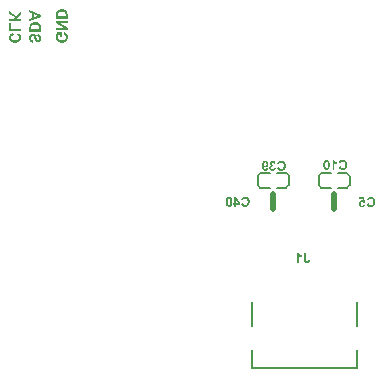
<source format=gbo>
G04*
G04 #@! TF.GenerationSoftware,Altium Limited,Altium Designer,22.1.2 (22)*
G04*
G04 Layer_Color=32896*
%FSLAX44Y44*%
%MOMM*%
G71*
G04*
G04 #@! TF.SameCoordinates,7F6DEDBC-D18B-47E0-87DD-0464843C39CA*
G04*
G04*
G04 #@! TF.FilePolarity,Positive*
G04*
G01*
G75*
%ADD11C,0.1270*%
%ADD18C,0.5000*%
%ADD19C,0.2000*%
%ADD129C,0.1500*%
G36*
X295435Y289584D02*
X295865Y289542D01*
X296073Y289528D01*
X296253Y289501D01*
X296434Y289473D01*
X296586Y289445D01*
X296725Y289403D01*
X296850Y289376D01*
X296961Y289348D01*
X297044Y289334D01*
X297113Y289307D01*
X297169Y289293D01*
X297196Y289279D01*
X297210D01*
X297543Y289154D01*
X297848Y289001D01*
X298112Y288849D01*
X298334Y288696D01*
X298514Y288571D01*
X298652Y288461D01*
X298736Y288391D01*
X298764Y288377D01*
Y288363D01*
X298985Y288128D01*
X299166Y287892D01*
X299318Y287642D01*
X299443Y287420D01*
X299540Y287226D01*
X299610Y287060D01*
X299623Y287004D01*
X299637Y286963D01*
X299651Y286935D01*
Y286921D01*
X299720Y286658D01*
X299762Y286366D01*
X299804Y286061D01*
X299818Y285770D01*
X299831Y285506D01*
X299845Y285396D01*
Y281568D01*
X290248D01*
Y285201D01*
X290262Y285576D01*
X290276Y285923D01*
X290304Y286214D01*
X290345Y286450D01*
X290387Y286644D01*
X290415Y286796D01*
X290429Y286838D01*
Y286880D01*
X290442Y286893D01*
Y286907D01*
X290553Y287212D01*
X290678Y287490D01*
X290803Y287712D01*
X290928Y287906D01*
X291039Y288058D01*
X291122Y288169D01*
X291178Y288239D01*
X291205Y288266D01*
X291469Y288502D01*
X291746Y288710D01*
X292037Y288890D01*
X292301Y289029D01*
X292550Y289140D01*
X292647Y289195D01*
X292731Y289223D01*
X292814Y289251D01*
X292869Y289279D01*
X292897Y289293D01*
X292911D01*
X293244Y289390D01*
X293591Y289473D01*
X293923Y289528D01*
X294242Y289556D01*
X294395Y289570D01*
X294534Y289584D01*
X294645D01*
X294755Y289598D01*
X294839D01*
X294894D01*
X294936D01*
X294950D01*
X295435Y289584D01*
D02*
G37*
G36*
X299845Y277726D02*
X293382D01*
X299845Y273760D01*
Y271888D01*
X290248D01*
Y273677D01*
X296572D01*
X290248Y277574D01*
Y279515D01*
X299845D01*
Y277726D01*
D02*
G37*
G36*
X295394Y265910D02*
X293771D01*
Y268129D01*
X292537D01*
X292412Y267963D01*
X292301Y267783D01*
X292204Y267602D01*
X292120Y267436D01*
X292051Y267297D01*
X291996Y267173D01*
X291968Y267103D01*
X291954Y267089D01*
Y267075D01*
X291871Y266854D01*
X291815Y266632D01*
X291774Y266424D01*
X291746Y266243D01*
X291732Y266077D01*
X291718Y265966D01*
Y265855D01*
X291732Y265633D01*
X291760Y265411D01*
X291801Y265217D01*
X291857Y265023D01*
X291996Y264676D01*
X292065Y264538D01*
X292148Y264399D01*
X292232Y264274D01*
X292301Y264163D01*
X292384Y264080D01*
X292439Y263997D01*
X292495Y263941D01*
X292537Y263899D01*
X292564Y263872D01*
X292578Y263858D01*
X292745Y263733D01*
X292939Y263608D01*
X293133Y263511D01*
X293341Y263428D01*
X293771Y263289D01*
X294187Y263206D01*
X294381Y263178D01*
X294575Y263151D01*
X294728Y263137D01*
X294880Y263123D01*
X294991Y263109D01*
X295088D01*
X295144D01*
X295158D01*
X295449Y263123D01*
X295712Y263137D01*
X295976Y263178D01*
X296212Y263220D01*
X296420Y263276D01*
X296614Y263345D01*
X296794Y263414D01*
X296961Y263484D01*
X297099Y263539D01*
X297224Y263608D01*
X297321Y263678D01*
X297404Y263733D01*
X297474Y263775D01*
X297515Y263816D01*
X297543Y263830D01*
X297557Y263844D01*
X297696Y263997D01*
X297834Y264149D01*
X297931Y264316D01*
X298029Y264482D01*
X298112Y264648D01*
X298181Y264815D01*
X298278Y265134D01*
X298306Y265286D01*
X298334Y265425D01*
X298347Y265550D01*
X298361Y265661D01*
X298375Y265744D01*
Y265869D01*
X298361Y266174D01*
X298306Y266437D01*
X298250Y266673D01*
X298167Y266881D01*
X298098Y267034D01*
X298029Y267159D01*
X297973Y267228D01*
X297959Y267256D01*
X297793Y267450D01*
X297612Y267616D01*
X297432Y267755D01*
X297252Y267852D01*
X297085Y267935D01*
X296961Y267991D01*
X296877Y268018D01*
X296863Y268032D01*
X296850D01*
X297210Y269960D01*
X297446Y269905D01*
X297682Y269821D01*
X297890Y269738D01*
X298084Y269627D01*
X298278Y269530D01*
X298444Y269419D01*
X298597Y269308D01*
X298736Y269197D01*
X298861Y269086D01*
X298972Y268989D01*
X299069Y268906D01*
X299138Y268823D01*
X299193Y268754D01*
X299249Y268698D01*
X299263Y268670D01*
X299277Y268656D01*
X299415Y268462D01*
X299526Y268254D01*
X299623Y268032D01*
X299706Y267797D01*
X299845Y267339D01*
X299928Y266895D01*
X299970Y266687D01*
X299984Y266493D01*
X299998Y266313D01*
X300012Y266160D01*
X300026Y266035D01*
Y265869D01*
X300012Y265370D01*
X299956Y264926D01*
X299915Y264732D01*
X299873Y264538D01*
X299831Y264357D01*
X299790Y264205D01*
X299734Y264066D01*
X299693Y263927D01*
X299651Y263830D01*
X299623Y263733D01*
X299582Y263664D01*
X299568Y263608D01*
X299540Y263581D01*
Y263567D01*
X299291Y263137D01*
X299138Y262957D01*
X298999Y262776D01*
X298847Y262610D01*
X298694Y262457D01*
X298542Y262319D01*
X298403Y262194D01*
X298264Y262097D01*
X298139Y262000D01*
X298029Y261916D01*
X297931Y261847D01*
X297848Y261805D01*
X297793Y261764D01*
X297751Y261750D01*
X297737Y261736D01*
X297515Y261625D01*
X297293Y261528D01*
X296836Y261376D01*
X296378Y261265D01*
X295976Y261195D01*
X295782Y261168D01*
X295615Y261140D01*
X295463Y261126D01*
X295324D01*
X295227Y261112D01*
X295144D01*
X295088D01*
X295075D01*
X294561Y261140D01*
X294090Y261195D01*
X293660Y261292D01*
X293452Y261334D01*
X293272Y261389D01*
X293105Y261445D01*
X292953Y261486D01*
X292828Y261542D01*
X292717Y261583D01*
X292634Y261611D01*
X292564Y261639D01*
X292523Y261667D01*
X292509D01*
X292093Y261903D01*
X291732Y262166D01*
X291413Y262443D01*
X291164Y262721D01*
X291053Y262845D01*
X290956Y262970D01*
X290872Y263067D01*
X290817Y263165D01*
X290761Y263234D01*
X290720Y263303D01*
X290706Y263331D01*
X290692Y263345D01*
X290581Y263567D01*
X290484Y263775D01*
X290331Y264232D01*
X290221Y264676D01*
X290151Y265078D01*
X290124Y265273D01*
X290096Y265439D01*
X290082Y265592D01*
Y265730D01*
X290068Y265827D01*
Y265980D01*
X290082Y266424D01*
X290137Y266840D01*
X290207Y267242D01*
X290290Y267589D01*
X290331Y267741D01*
X290373Y267880D01*
X290415Y268005D01*
X290442Y268116D01*
X290470Y268199D01*
X290498Y268254D01*
X290512Y268296D01*
Y268310D01*
X290678Y268726D01*
X290858Y269072D01*
X291039Y269378D01*
X291191Y269641D01*
X291330Y269835D01*
X291385Y269905D01*
X291441Y269974D01*
X291483Y270016D01*
X291510Y270057D01*
X291538Y270085D01*
X295394D01*
Y265910D01*
D02*
G37*
G36*
X277239Y285035D02*
Y282983D01*
X267642Y279266D01*
Y281318D01*
X269820Y282109D01*
Y285964D01*
X267642Y286796D01*
Y288890D01*
X277239Y285035D01*
D02*
G37*
G36*
X272829Y278586D02*
X273259Y278545D01*
X273467Y278531D01*
X273647Y278503D01*
X273828Y278475D01*
X273980Y278447D01*
X274119Y278406D01*
X274244Y278378D01*
X274355Y278350D01*
X274438Y278337D01*
X274507Y278309D01*
X274563Y278295D01*
X274590Y278281D01*
X274604D01*
X274937Y278156D01*
X275242Y278004D01*
X275506Y277851D01*
X275728Y277699D01*
X275908Y277574D01*
X276047Y277463D01*
X276130Y277393D01*
X276157Y277380D01*
Y277366D01*
X276379Y277130D01*
X276560Y276894D01*
X276712Y276645D01*
X276837Y276423D01*
X276934Y276229D01*
X277003Y276062D01*
X277017Y276007D01*
X277031Y275965D01*
X277045Y275937D01*
Y275924D01*
X277114Y275660D01*
X277156Y275369D01*
X277198Y275064D01*
X277211Y274772D01*
X277225Y274509D01*
X277239Y274398D01*
Y270570D01*
X267642D01*
Y274204D01*
X267656Y274578D01*
X267670Y274925D01*
X267698Y275216D01*
X267739Y275452D01*
X267781Y275646D01*
X267809Y275799D01*
X267823Y275840D01*
Y275882D01*
X267836Y275896D01*
Y275910D01*
X267947Y276215D01*
X268072Y276492D01*
X268197Y276714D01*
X268322Y276908D01*
X268433Y277061D01*
X268516Y277172D01*
X268571Y277241D01*
X268599Y277269D01*
X268863Y277504D01*
X269140Y277712D01*
X269431Y277893D01*
X269695Y278031D01*
X269944Y278142D01*
X270042Y278198D01*
X270125Y278226D01*
X270208Y278253D01*
X270263Y278281D01*
X270291Y278295D01*
X270305D01*
X270638Y278392D01*
X270985Y278475D01*
X271317Y278531D01*
X271636Y278558D01*
X271789Y278572D01*
X271928Y278586D01*
X272039D01*
X272150Y278600D01*
X272233D01*
X272288D01*
X272330D01*
X272344D01*
X272829Y278586D01*
D02*
G37*
G36*
X270763Y268906D02*
X271054Y268864D01*
X271317Y268795D01*
X271539Y268726D01*
X271720Y268656D01*
X271844Y268587D01*
X271928Y268545D01*
X271955Y268532D01*
X272177Y268379D01*
X272371Y268199D01*
X272538Y268018D01*
X272677Y267852D01*
X272787Y267700D01*
X272871Y267575D01*
X272926Y267491D01*
X272940Y267478D01*
Y267464D01*
X273009Y267325D01*
X273079Y267186D01*
X273204Y266854D01*
X273314Y266507D01*
X273425Y266174D01*
X273467Y266021D01*
X273509Y265869D01*
X273550Y265730D01*
X273578Y265619D01*
X273606Y265522D01*
X273620Y265453D01*
X273633Y265397D01*
Y265383D01*
X273703Y265134D01*
X273758Y264912D01*
X273814Y264704D01*
X273869Y264510D01*
X273925Y264357D01*
X273980Y264205D01*
X274036Y264080D01*
X274077Y263969D01*
X274119Y263872D01*
X274160Y263803D01*
X274188Y263733D01*
X274216Y263692D01*
X274258Y263622D01*
X274271Y263608D01*
X274368Y263511D01*
X274466Y263442D01*
X274563Y263400D01*
X274660Y263372D01*
X274729Y263345D01*
X274798Y263331D01*
X274840D01*
X274854D01*
X274993Y263345D01*
X275103Y263372D01*
X275214Y263428D01*
X275298Y263484D01*
X275367Y263539D01*
X275409Y263594D01*
X275436Y263622D01*
X275450Y263636D01*
X275575Y263830D01*
X275658Y264038D01*
X275728Y264260D01*
X275769Y264468D01*
X275797Y264648D01*
X275811Y264801D01*
Y264940D01*
X275797Y265231D01*
X275755Y265480D01*
X275700Y265689D01*
X275644Y265855D01*
X275589Y265994D01*
X275533Y266091D01*
X275492Y266146D01*
X275478Y266160D01*
X275339Y266299D01*
X275173Y266424D01*
X275006Y266521D01*
X274826Y266590D01*
X274674Y266646D01*
X274549Y266673D01*
X274452Y266701D01*
X274438D01*
X274424D01*
X274493Y268643D01*
X274743Y268629D01*
X274965Y268587D01*
X275187Y268532D01*
X275381Y268462D01*
X275575Y268393D01*
X275755Y268310D01*
X275908Y268227D01*
X276060Y268143D01*
X276185Y268046D01*
X276296Y267963D01*
X276393Y267880D01*
X276476Y267810D01*
X276532Y267755D01*
X276574Y267713D01*
X276601Y267686D01*
X276615Y267672D01*
X276754Y267491D01*
X276879Y267297D01*
X276990Y267089D01*
X277087Y266867D01*
X277156Y266646D01*
X277225Y266424D01*
X277322Y265980D01*
X277350Y265772D01*
X277378Y265592D01*
X277392Y265411D01*
X277406Y265259D01*
X277419Y265134D01*
Y264967D01*
X277406Y264565D01*
X277364Y264205D01*
X277309Y263886D01*
X277253Y263608D01*
X277211Y263484D01*
X277184Y263372D01*
X277156Y263289D01*
X277128Y263206D01*
X277101Y263151D01*
X277087Y263109D01*
X277073Y263081D01*
Y263067D01*
X276934Y262790D01*
X276782Y262554D01*
X276615Y262346D01*
X276463Y262180D01*
X276324Y262041D01*
X276213Y261958D01*
X276130Y261889D01*
X276116Y261875D01*
X276102D01*
X275866Y261736D01*
X275617Y261639D01*
X275381Y261570D01*
X275173Y261528D01*
X274993Y261500D01*
X274854Y261473D01*
X274798D01*
X274757D01*
X274743D01*
X274729D01*
X274521Y261486D01*
X274313Y261514D01*
X274133Y261556D01*
X273952Y261611D01*
X273620Y261750D01*
X273328Y261916D01*
X273204Y261986D01*
X273106Y262069D01*
X273009Y262138D01*
X272926Y262208D01*
X272871Y262263D01*
X272829Y262305D01*
X272801Y262332D01*
X272787Y262346D01*
X272690Y262471D01*
X272593Y262624D01*
X272496Y262776D01*
X272413Y262957D01*
X272247Y263303D01*
X272108Y263664D01*
X272052Y263844D01*
X271997Y263997D01*
X271955Y264149D01*
X271914Y264274D01*
X271886Y264371D01*
X271858Y264454D01*
X271844Y264510D01*
Y264524D01*
X271789Y264746D01*
X271733Y264940D01*
X271692Y265120D01*
X271650Y265286D01*
X271609Y265425D01*
X271581Y265550D01*
X271539Y265661D01*
X271512Y265758D01*
X271498Y265841D01*
X271470Y265910D01*
X271442Y266007D01*
X271415Y266063D01*
Y266077D01*
X271345Y266257D01*
X271276Y266396D01*
X271206Y266521D01*
X271137Y266618D01*
X271082Y266687D01*
X271040Y266729D01*
X271012Y266756D01*
X270998Y266770D01*
X270901Y266840D01*
X270804Y266895D01*
X270707Y266923D01*
X270624Y266951D01*
X270541Y266964D01*
X270471Y266978D01*
X270430D01*
X270416D01*
X270222Y266964D01*
X270055Y266909D01*
X269889Y266826D01*
X269750Y266743D01*
X269639Y266646D01*
X269556Y266576D01*
X269501Y266521D01*
X269487Y266493D01*
X269362Y266299D01*
X269265Y266077D01*
X269195Y265841D01*
X269154Y265619D01*
X269126Y265411D01*
X269098Y265245D01*
Y265092D01*
X269112Y264773D01*
X269168Y264496D01*
X269237Y264260D01*
X269320Y264052D01*
X269404Y263886D01*
X269473Y263775D01*
X269528Y263705D01*
X269542Y263678D01*
X269736Y263497D01*
X269944Y263359D01*
X270180Y263234D01*
X270416Y263151D01*
X270624Y263081D01*
X270790Y263026D01*
X270846Y263012D01*
X270901D01*
X270929Y262998D01*
X270943D01*
X270763Y261112D01*
X270471Y261154D01*
X270194Y261209D01*
X269931Y261292D01*
X269695Y261362D01*
X269473Y261459D01*
X269265Y261556D01*
X269085Y261653D01*
X268918Y261750D01*
X268780Y261847D01*
X268655Y261944D01*
X268544Y262027D01*
X268447Y262111D01*
X268377Y262166D01*
X268336Y262222D01*
X268308Y262249D01*
X268294Y262263D01*
X268142Y262457D01*
X268017Y262665D01*
X267906Y262887D01*
X267809Y263123D01*
X267739Y263345D01*
X267670Y263581D01*
X267573Y264038D01*
X267531Y264246D01*
X267504Y264440D01*
X267490Y264607D01*
X267476Y264759D01*
X267462Y264884D01*
Y265065D01*
X267476Y265508D01*
X267518Y265910D01*
X267573Y266271D01*
X267601Y266424D01*
X267642Y266576D01*
X267670Y266701D01*
X267698Y266812D01*
X267726Y266909D01*
X267753Y266992D01*
X267781Y267062D01*
X267795Y267103D01*
X267809Y267131D01*
Y267145D01*
X267961Y267450D01*
X268128Y267700D01*
X268294Y267935D01*
X268474Y268116D01*
X268627Y268254D01*
X268766Y268365D01*
X268849Y268421D01*
X268863Y268448D01*
X268877D01*
X269154Y268601D01*
X269417Y268726D01*
X269681Y268809D01*
X269931Y268864D01*
X270125Y268892D01*
X270222Y268906D01*
X270291Y268920D01*
X270347D01*
X270388D01*
X270416D01*
X270430D01*
X270763Y268906D01*
D02*
G37*
G36*
X256463Y284189D02*
X260207Y287822D01*
Y285215D01*
X255936Y281277D01*
X260207D01*
Y279335D01*
X250610D01*
Y281277D01*
X253509D01*
X255118Y282844D01*
X250610Y285493D01*
Y288003D01*
X256463Y284189D01*
D02*
G37*
G36*
X252233Y273122D02*
X260138D01*
Y271180D01*
X250610D01*
Y277948D01*
X252233D01*
Y273122D01*
D02*
G37*
G36*
X254133Y267575D02*
X253759Y267464D01*
X253440Y267339D01*
X253176Y267214D01*
X252954Y267075D01*
X252788Y266964D01*
X252677Y266867D01*
X252607Y266798D01*
X252580Y266770D01*
X252413Y266548D01*
X252302Y266327D01*
X252219Y266105D01*
X252150Y265910D01*
X252122Y265730D01*
X252108Y265578D01*
X252094Y265522D01*
Y265453D01*
X252108Y265259D01*
X252122Y265078D01*
X252219Y264746D01*
X252330Y264454D01*
X252483Y264219D01*
X252621Y264024D01*
X252732Y263886D01*
X252788Y263830D01*
X252829Y263789D01*
X252843Y263775D01*
X252857Y263761D01*
X253010Y263650D01*
X253190Y263553D01*
X253384Y263456D01*
X253592Y263386D01*
X254022Y263276D01*
X254452Y263192D01*
X254660Y263165D01*
X254840Y263151D01*
X255021Y263123D01*
X255173D01*
X255284Y263109D01*
X255381D01*
X255450D01*
X255464D01*
X255783Y263123D01*
X256075Y263137D01*
X256338Y263165D01*
X256588Y263206D01*
X256810Y263262D01*
X257018Y263317D01*
X257198Y263372D01*
X257364Y263442D01*
X257503Y263497D01*
X257628Y263553D01*
X257725Y263608D01*
X257808Y263664D01*
X257878Y263705D01*
X257919Y263733D01*
X257947Y263761D01*
X257961D01*
X258099Y263886D01*
X258224Y264024D01*
X258321Y264163D01*
X258405Y264316D01*
X258543Y264607D01*
X258640Y264884D01*
X258696Y265120D01*
X258710Y265231D01*
X258723Y265314D01*
X258737Y265397D01*
Y265494D01*
X258723Y265772D01*
X258668Y266021D01*
X258599Y266243D01*
X258515Y266437D01*
X258432Y266590D01*
X258363Y266701D01*
X258307Y266770D01*
X258293Y266798D01*
X258127Y266978D01*
X257933Y267145D01*
X257739Y267270D01*
X257545Y267367D01*
X257378Y267436D01*
X257253Y267478D01*
X257198Y267505D01*
X257156D01*
X257142Y267519D01*
X257129D01*
X257586Y269433D01*
X257988Y269294D01*
X258335Y269142D01*
X258640Y268975D01*
X258890Y268823D01*
X259084Y268670D01*
X259167Y268615D01*
X259237Y268559D01*
X259278Y268518D01*
X259320Y268476D01*
X259347Y268462D01*
Y268448D01*
X259528Y268240D01*
X259694Y268005D01*
X259833Y267783D01*
X259944Y267547D01*
X260055Y267297D01*
X260138Y267062D01*
X260207Y266826D01*
X260263Y266604D01*
X260304Y266396D01*
X260332Y266202D01*
X260360Y266035D01*
X260374Y265883D01*
X260388Y265758D01*
Y265592D01*
X260374Y265231D01*
X260332Y264870D01*
X260263Y264551D01*
X260180Y264232D01*
X260082Y263955D01*
X259972Y263678D01*
X259847Y263442D01*
X259722Y263220D01*
X259597Y263012D01*
X259472Y262845D01*
X259361Y262693D01*
X259264Y262568D01*
X259181Y262471D01*
X259112Y262402D01*
X259070Y262360D01*
X259056Y262346D01*
X258793Y262124D01*
X258515Y261944D01*
X258224Y261778D01*
X257919Y261639D01*
X257600Y261514D01*
X257295Y261417D01*
X256990Y261334D01*
X256699Y261265D01*
X256407Y261209D01*
X256158Y261181D01*
X255922Y261154D01*
X255728Y261126D01*
X255561D01*
X255437Y261112D01*
X255353D01*
X255340D01*
X255326D01*
X254910Y261126D01*
X254521Y261168D01*
X254147Y261223D01*
X253814Y261306D01*
X253495Y261389D01*
X253190Y261500D01*
X252926Y261611D01*
X252691Y261722D01*
X252469Y261833D01*
X252275Y261944D01*
X252122Y262055D01*
X251983Y262138D01*
X251886Y262222D01*
X251803Y262277D01*
X251761Y262319D01*
X251748Y262332D01*
X251512Y262568D01*
X251318Y262818D01*
X251137Y263081D01*
X250999Y263345D01*
X250874Y263608D01*
X250763Y263872D01*
X250680Y264121D01*
X250610Y264357D01*
X250555Y264593D01*
X250513Y264801D01*
X250486Y264995D01*
X250472Y265148D01*
X250458Y265286D01*
X250444Y265383D01*
Y265467D01*
X250458Y265758D01*
X250472Y266021D01*
X250513Y266285D01*
X250569Y266521D01*
X250624Y266743D01*
X250680Y266951D01*
X250749Y267145D01*
X250832Y267325D01*
X250902Y267478D01*
X250971Y267616D01*
X251026Y267741D01*
X251082Y267838D01*
X251137Y267921D01*
X251179Y267977D01*
X251193Y268005D01*
X251207Y268018D01*
X251359Y268199D01*
X251526Y268365D01*
X251900Y268670D01*
X252288Y268920D01*
X252663Y269114D01*
X252843Y269197D01*
X253010Y269267D01*
X253162Y269322D01*
X253287Y269378D01*
X253398Y269419D01*
X253481Y269447D01*
X253537Y269461D01*
X253550D01*
X254133Y267575D01*
D02*
G37*
G36*
X495877Y82977D02*
X496034Y82724D01*
X496202Y82484D01*
X496370Y82292D01*
X496514Y82136D01*
X496646Y82016D01*
X496694Y81967D01*
X496730Y81931D01*
X496754Y81919D01*
X496766Y81908D01*
X497031Y81715D01*
X497283Y81547D01*
X497511Y81415D01*
X497715Y81319D01*
X497884Y81247D01*
X498004Y81187D01*
X498052Y81175D01*
X498088Y81163D01*
X498100Y81151D01*
X498112D01*
Y79709D01*
X497679Y79877D01*
X497295Y80057D01*
X497115Y80153D01*
X496946Y80261D01*
X496790Y80358D01*
X496646Y80454D01*
X496514Y80550D01*
X496394Y80634D01*
X496298Y80706D01*
X496214Y80778D01*
X496142Y80838D01*
X496093Y80874D01*
X496069Y80898D01*
X496058Y80910D01*
Y74891D01*
X494460D01*
Y83253D01*
X495757D01*
X495877Y82977D01*
D02*
G37*
G36*
X501644Y77811D02*
Y77630D01*
X501656Y77462D01*
X501668Y77318D01*
X501680Y77174D01*
X501704Y77054D01*
X501716Y76946D01*
X501740Y76849D01*
X501764Y76765D01*
X501812Y76633D01*
X501848Y76549D01*
X501872Y76489D01*
X501884Y76477D01*
X501981Y76369D01*
X502101Y76297D01*
X502233Y76237D01*
X502365Y76201D01*
X502473Y76177D01*
X502569Y76165D01*
X502665D01*
X502858Y76189D01*
X503026Y76237D01*
X503170Y76309D01*
X503278Y76393D01*
X503374Y76465D01*
X503434Y76537D01*
X503470Y76585D01*
X503482Y76609D01*
X503542Y76741D01*
X503590Y76885D01*
X503626Y77054D01*
X503651Y77222D01*
X503675Y77378D01*
Y77498D01*
X503686Y77546D01*
Y77582D01*
Y77606D01*
Y77618D01*
X505284Y77438D01*
X505272Y77198D01*
X505260Y76970D01*
X505224Y76753D01*
X505176Y76561D01*
X505128Y76381D01*
X505080Y76213D01*
X505020Y76069D01*
X504948Y75924D01*
X504888Y75816D01*
X504828Y75708D01*
X504780Y75624D01*
X504732Y75552D01*
X504684Y75492D01*
X504648Y75456D01*
X504636Y75432D01*
X504624Y75420D01*
X504491Y75300D01*
X504347Y75191D01*
X504203Y75107D01*
X504047Y75023D01*
X503891Y74963D01*
X503735Y74903D01*
X503422Y74819D01*
X503278Y74795D01*
X503146Y74771D01*
X503038Y74759D01*
X502930Y74747D01*
X502845Y74735D01*
X502725D01*
X502353Y74759D01*
X502016Y74807D01*
X501728Y74867D01*
X501608Y74915D01*
X501488Y74951D01*
X501392Y74987D01*
X501296Y75035D01*
X501224Y75071D01*
X501163Y75095D01*
X501103Y75131D01*
X501067Y75143D01*
X501055Y75167D01*
X501043D01*
X500815Y75348D01*
X500635Y75540D01*
X500479Y75732D01*
X500359Y75912D01*
X500262Y76081D01*
X500202Y76213D01*
X500178Y76261D01*
X500166Y76297D01*
X500154Y76321D01*
Y76333D01*
X500094Y76561D01*
X500046Y76825D01*
X500010Y77090D01*
X499986Y77342D01*
X499974Y77570D01*
X499962Y77678D01*
Y77763D01*
Y77835D01*
Y77883D01*
Y77919D01*
Y77931D01*
Y83205D01*
X501644D01*
Y77811D01*
D02*
G37*
G36*
X450516Y130793D02*
X450828Y130757D01*
X451104Y130697D01*
X451381Y130625D01*
X451621Y130541D01*
X451861Y130445D01*
X452066Y130337D01*
X452258Y130228D01*
X452438Y130120D01*
X452582Y130012D01*
X452714Y129916D01*
X452822Y129832D01*
X452906Y129760D01*
X452967Y129700D01*
X453003Y129664D01*
X453015Y129652D01*
X453207Y129424D01*
X453363Y129183D01*
X453507Y128931D01*
X453627Y128667D01*
X453736Y128390D01*
X453820Y128126D01*
X453892Y127862D01*
X453952Y127609D01*
X454000Y127357D01*
X454024Y127141D01*
X454048Y126937D01*
X454072Y126768D01*
Y126624D01*
X454084Y126516D01*
Y126444D01*
Y126432D01*
Y126420D01*
X454072Y126060D01*
X454036Y125723D01*
X453988Y125399D01*
X453916Y125110D01*
X453844Y124834D01*
X453747Y124570D01*
X453651Y124341D01*
X453555Y124137D01*
X453459Y123945D01*
X453363Y123777D01*
X453267Y123645D01*
X453195Y123525D01*
X453123Y123440D01*
X453075Y123368D01*
X453039Y123332D01*
X453027Y123320D01*
X452822Y123116D01*
X452606Y122948D01*
X452378Y122792D01*
X452150Y122671D01*
X451921Y122563D01*
X451693Y122467D01*
X451477Y122395D01*
X451273Y122335D01*
X451068Y122287D01*
X450888Y122251D01*
X450720Y122227D01*
X450588Y122215D01*
X450468Y122203D01*
X450384Y122191D01*
X450312D01*
X450059Y122203D01*
X449831Y122215D01*
X449603Y122251D01*
X449398Y122299D01*
X449206Y122347D01*
X449026Y122395D01*
X448858Y122455D01*
X448702Y122527D01*
X448569Y122587D01*
X448449Y122647D01*
X448341Y122696D01*
X448257Y122744D01*
X448185Y122792D01*
X448137Y122828D01*
X448113Y122840D01*
X448101Y122852D01*
X447945Y122984D01*
X447800Y123128D01*
X447536Y123452D01*
X447320Y123789D01*
X447152Y124113D01*
X447080Y124269D01*
X447020Y124413D01*
X446972Y124546D01*
X446923Y124654D01*
X446887Y124750D01*
X446863Y124822D01*
X446851Y124870D01*
Y124882D01*
X448485Y125387D01*
X448581Y125062D01*
X448690Y124786D01*
X448798Y124558D01*
X448918Y124366D01*
X449014Y124221D01*
X449098Y124125D01*
X449158Y124065D01*
X449182Y124041D01*
X449374Y123897D01*
X449567Y123801D01*
X449759Y123729D01*
X449927Y123669D01*
X450083Y123645D01*
X450215Y123633D01*
X450263Y123621D01*
X450323D01*
X450492Y123633D01*
X450648Y123645D01*
X450936Y123729D01*
X451189Y123825D01*
X451393Y123957D01*
X451561Y124077D01*
X451681Y124173D01*
X451729Y124221D01*
X451765Y124257D01*
X451777Y124269D01*
X451789Y124281D01*
X451885Y124413D01*
X451969Y124570D01*
X452053Y124738D01*
X452114Y124918D01*
X452210Y125291D01*
X452282Y125663D01*
X452306Y125843D01*
X452318Y125999D01*
X452342Y126156D01*
Y126288D01*
X452354Y126384D01*
Y126468D01*
Y126528D01*
Y126540D01*
X452342Y126816D01*
X452330Y127069D01*
X452306Y127297D01*
X452270Y127513D01*
X452222Y127705D01*
X452174Y127886D01*
X452126Y128042D01*
X452066Y128186D01*
X452018Y128306D01*
X451969Y128414D01*
X451921Y128498D01*
X451873Y128570D01*
X451837Y128631D01*
X451813Y128667D01*
X451789Y128691D01*
Y128703D01*
X451681Y128823D01*
X451561Y128931D01*
X451441Y129015D01*
X451309Y129087D01*
X451056Y129207D01*
X450816Y129291D01*
X450612Y129339D01*
X450516Y129351D01*
X450444Y129363D01*
X450372Y129375D01*
X450287D01*
X450047Y129363D01*
X449831Y129315D01*
X449639Y129255D01*
X449470Y129183D01*
X449338Y129111D01*
X449242Y129051D01*
X449182Y129003D01*
X449158Y128991D01*
X449002Y128847D01*
X448858Y128679D01*
X448750Y128510D01*
X448666Y128342D01*
X448605Y128198D01*
X448569Y128090D01*
X448545Y128042D01*
Y128006D01*
X448533Y127994D01*
Y127982D01*
X446875Y128378D01*
X446996Y128727D01*
X447128Y129027D01*
X447272Y129291D01*
X447404Y129508D01*
X447536Y129676D01*
X447584Y129748D01*
X447632Y129808D01*
X447668Y129844D01*
X447704Y129880D01*
X447716Y129904D01*
X447728D01*
X447909Y130060D01*
X448113Y130204D01*
X448305Y130324D01*
X448509Y130421D01*
X448726Y130517D01*
X448930Y130589D01*
X449134Y130649D01*
X449326Y130697D01*
X449506Y130733D01*
X449675Y130757D01*
X449819Y130781D01*
X449951Y130793D01*
X450059Y130805D01*
X450203D01*
X450516Y130793D01*
D02*
G37*
G36*
X446034Y125387D02*
Y124005D01*
X442622D01*
Y122335D01*
X441085D01*
Y124005D01*
X440051D01*
Y125399D01*
X441085D01*
Y130685D01*
X442430D01*
X446034Y125387D01*
D02*
G37*
G36*
X436819Y130685D02*
X437024Y130661D01*
X437228Y130613D01*
X437408Y130565D01*
X437576Y130493D01*
X437733Y130421D01*
X437865Y130349D01*
X437997Y130265D01*
X438105Y130180D01*
X438213Y130108D01*
X438297Y130036D01*
X438357Y129964D01*
X438417Y129916D01*
X438453Y129868D01*
X438478Y129844D01*
X438489Y129832D01*
X438634Y129628D01*
X438754Y129387D01*
X438862Y129135D01*
X438958Y128871D01*
X439030Y128595D01*
X439102Y128306D01*
X439150Y128030D01*
X439198Y127753D01*
X439222Y127489D01*
X439246Y127249D01*
X439270Y127021D01*
X439282Y126828D01*
X439294Y126672D01*
Y126552D01*
Y126504D01*
Y126468D01*
Y126456D01*
Y126444D01*
X439282Y126011D01*
X439258Y125615D01*
X439222Y125243D01*
X439174Y124906D01*
X439126Y124606D01*
X439066Y124329D01*
X438994Y124089D01*
X438922Y123873D01*
X438862Y123693D01*
X438790Y123525D01*
X438730Y123392D01*
X438670Y123284D01*
X438634Y123212D01*
X438598Y123152D01*
X438574Y123116D01*
X438562Y123104D01*
X438417Y122936D01*
X438261Y122804D01*
X438105Y122671D01*
X437937Y122575D01*
X437781Y122479D01*
X437612Y122407D01*
X437456Y122347D01*
X437300Y122299D01*
X437156Y122251D01*
X437024Y122227D01*
X436904Y122203D01*
X436808Y122191D01*
X436723D01*
X436651Y122179D01*
X436603D01*
X436387Y122191D01*
X436183Y122215D01*
X435979Y122263D01*
X435798Y122311D01*
X435630Y122371D01*
X435474Y122443D01*
X435342Y122527D01*
X435210Y122611D01*
X435102Y122683D01*
X434993Y122768D01*
X434909Y122840D01*
X434837Y122900D01*
X434789Y122948D01*
X434753Y122996D01*
X434729Y123020D01*
X434717Y123032D01*
X434573Y123236D01*
X434453Y123476D01*
X434333Y123729D01*
X434249Y124005D01*
X434164Y124281D01*
X434104Y124558D01*
X434044Y124846D01*
X433996Y125122D01*
X433972Y125387D01*
X433948Y125627D01*
X433924Y125855D01*
X433912Y126047D01*
X433900Y126204D01*
Y126324D01*
Y126372D01*
Y126408D01*
Y126420D01*
Y126432D01*
X433912Y126864D01*
X433936Y127261D01*
X433972Y127621D01*
X434032Y127958D01*
X434092Y128270D01*
X434152Y128546D01*
X434236Y128799D01*
X434309Y129015D01*
X434381Y129219D01*
X434453Y129375D01*
X434525Y129520D01*
X434585Y129640D01*
X434645Y129724D01*
X434681Y129784D01*
X434705Y129820D01*
X434717Y129832D01*
X434849Y129988D01*
X434993Y130120D01*
X435149Y130228D01*
X435306Y130337D01*
X435462Y130421D01*
X435618Y130481D01*
X435762Y130541D01*
X435919Y130589D01*
X436063Y130625D01*
X436183Y130649D01*
X436303Y130673D01*
X436399Y130685D01*
X436483Y130697D01*
X436603D01*
X436819Y130685D01*
D02*
G37*
G36*
X473889Y161165D02*
X474118Y161141D01*
X474334Y161093D01*
X474514Y161045D01*
X474658Y160997D01*
X474778Y160949D01*
X474850Y160925D01*
X474862Y160913D01*
X474874D01*
X475067Y160805D01*
X475247Y160684D01*
X475391Y160564D01*
X475511Y160456D01*
X475607Y160348D01*
X475679Y160264D01*
X475728Y160216D01*
X475740Y160192D01*
X475848Y160012D01*
X475944Y159819D01*
X476016Y159615D01*
X476088Y159423D01*
X476136Y159243D01*
X476172Y159110D01*
X476184Y159051D01*
Y159014D01*
X476196Y158990D01*
Y158978D01*
X474730Y158738D01*
X474694Y158930D01*
X474646Y159099D01*
X474598Y159243D01*
X474538Y159351D01*
X474478Y159447D01*
X474430Y159519D01*
X474394Y159555D01*
X474382Y159567D01*
X474274Y159663D01*
X474154Y159735D01*
X474034Y159783D01*
X473925Y159819D01*
X473829Y159843D01*
X473757Y159855D01*
X473685D01*
X473541Y159843D01*
X473397Y159819D01*
X473289Y159771D01*
X473192Y159735D01*
X473108Y159687D01*
X473060Y159639D01*
X473024Y159615D01*
X473012Y159603D01*
X472928Y159507D01*
X472868Y159387D01*
X472820Y159279D01*
X472796Y159171D01*
X472772Y159074D01*
X472760Y159002D01*
Y158954D01*
Y158930D01*
X472772Y158750D01*
X472808Y158594D01*
X472868Y158462D01*
X472928Y158354D01*
X473000Y158258D01*
X473048Y158197D01*
X473096Y158149D01*
X473108Y158137D01*
X473252Y158041D01*
X473409Y157969D01*
X473577Y157921D01*
X473733Y157885D01*
X473877Y157873D01*
X473997Y157861D01*
X474106D01*
X474274Y156575D01*
X474118Y156612D01*
X473985Y156648D01*
X473853Y156672D01*
X473745Y156684D01*
X473661Y156696D01*
X473541D01*
X473373Y156684D01*
X473228Y156636D01*
X473096Y156587D01*
X472976Y156516D01*
X472892Y156455D01*
X472820Y156395D01*
X472772Y156347D01*
X472760Y156335D01*
X472652Y156191D01*
X472568Y156035D01*
X472508Y155879D01*
X472460Y155723D01*
X472436Y155578D01*
X472424Y155470D01*
Y155398D01*
Y155386D01*
Y155374D01*
X472436Y155146D01*
X472472Y154942D01*
X472532Y154761D01*
X472592Y154617D01*
X472664Y154509D01*
X472712Y154425D01*
X472760Y154365D01*
X472772Y154353D01*
X472904Y154233D01*
X473048Y154137D01*
X473181Y154077D01*
X473313Y154029D01*
X473433Y154004D01*
X473517Y153993D01*
X473577Y153981D01*
X473601D01*
X473769Y153993D01*
X473913Y154029D01*
X474045Y154077D01*
X474166Y154137D01*
X474250Y154185D01*
X474322Y154233D01*
X474370Y154269D01*
X474382Y154281D01*
X474490Y154413D01*
X474586Y154557D01*
X474646Y154713D01*
X474706Y154858D01*
X474742Y154990D01*
X474766Y155098D01*
X474778Y155170D01*
Y155182D01*
Y155194D01*
X476316Y155002D01*
X476292Y154809D01*
X476244Y154629D01*
X476136Y154293D01*
X476004Y154004D01*
X475920Y153884D01*
X475848Y153764D01*
X475775Y153656D01*
X475703Y153572D01*
X475643Y153488D01*
X475583Y153428D01*
X475535Y153380D01*
X475499Y153344D01*
X475475Y153320D01*
X475463Y153308D01*
X475319Y153200D01*
X475163Y153091D01*
X475019Y153007D01*
X474850Y152935D01*
X474538Y152815D01*
X474250Y152743D01*
X474106Y152719D01*
X473985Y152695D01*
X473877Y152683D01*
X473781Y152671D01*
X473697Y152659D01*
X473589D01*
X473373Y152671D01*
X473156Y152695D01*
X472964Y152731D01*
X472772Y152779D01*
X472604Y152839D01*
X472436Y152899D01*
X472279Y152971D01*
X472147Y153043D01*
X472027Y153115D01*
X471907Y153188D01*
X471823Y153248D01*
X471739Y153308D01*
X471679Y153356D01*
X471631Y153392D01*
X471607Y153416D01*
X471595Y153428D01*
X471450Y153572D01*
X471330Y153728D01*
X471222Y153884D01*
X471126Y154040D01*
X471054Y154209D01*
X470982Y154365D01*
X470886Y154653D01*
X470862Y154785D01*
X470838Y154918D01*
X470814Y155026D01*
X470802Y155122D01*
X470790Y155194D01*
Y155254D01*
Y155290D01*
Y155302D01*
X470814Y155578D01*
X470862Y155819D01*
X470922Y156047D01*
X471006Y156227D01*
X471090Y156383D01*
X471150Y156491D01*
X471198Y156564D01*
X471222Y156587D01*
X471390Y156768D01*
X471583Y156924D01*
X471775Y157044D01*
X471955Y157140D01*
X472111Y157212D01*
X472243Y157248D01*
X472291Y157272D01*
X472327D01*
X472351Y157284D01*
X472364D01*
X472147Y157416D01*
X471967Y157549D01*
X471811Y157693D01*
X471667Y157837D01*
X471547Y157981D01*
X471450Y158125D01*
X471378Y158270D01*
X471306Y158402D01*
X471258Y158534D01*
X471222Y158654D01*
X471198Y158762D01*
X471186Y158858D01*
X471174Y158930D01*
X471162Y158990D01*
Y159026D01*
Y159038D01*
X471174Y159183D01*
X471186Y159315D01*
X471258Y159579D01*
X471342Y159819D01*
X471450Y160024D01*
X471558Y160192D01*
X471655Y160312D01*
X471691Y160360D01*
X471727Y160396D01*
X471739Y160408D01*
X471751Y160420D01*
X471883Y160552D01*
X472039Y160672D01*
X472183Y160769D01*
X472340Y160853D01*
X472508Y160937D01*
X472664Y160997D01*
X472964Y161081D01*
X473096Y161117D01*
X473228Y161141D01*
X473337Y161153D01*
X473445Y161165D01*
X473529Y161177D01*
X473637D01*
X473889Y161165D01*
D02*
G37*
G36*
X467474D02*
X467666Y161141D01*
X467858Y161105D01*
X468038Y161057D01*
X468207Y160997D01*
X468363Y160925D01*
X468519Y160865D01*
X468639Y160793D01*
X468759Y160708D01*
X468867Y160648D01*
X468951Y160576D01*
X469036Y160516D01*
X469096Y160468D01*
X469132Y160432D01*
X469156Y160408D01*
X469168Y160396D01*
X469300Y160240D01*
X469408Y160084D01*
X469516Y159916D01*
X469600Y159747D01*
X469672Y159579D01*
X469732Y159399D01*
X469817Y159074D01*
X469852Y158930D01*
X469877Y158786D01*
X469889Y158666D01*
X469901Y158558D01*
X469913Y158462D01*
Y158402D01*
Y158354D01*
Y158342D01*
X469901Y158125D01*
X469877Y157909D01*
X469852Y157705D01*
X469804Y157525D01*
X469744Y157344D01*
X469684Y157188D01*
X469624Y157032D01*
X469552Y156900D01*
X469492Y156780D01*
X469432Y156672D01*
X469372Y156587D01*
X469312Y156503D01*
X469264Y156455D01*
X469240Y156407D01*
X469216Y156383D01*
X469204Y156371D01*
X469072Y156239D01*
X468927Y156119D01*
X468783Y156023D01*
X468639Y155939D01*
X468495Y155867D01*
X468363Y155795D01*
X468098Y155710D01*
X467870Y155650D01*
X467774Y155638D01*
X467690Y155626D01*
X467618Y155614D01*
X467522D01*
X467354Y155626D01*
X467197Y155650D01*
X467053Y155674D01*
X466909Y155723D01*
X466645Y155831D01*
X466428Y155963D01*
X466260Y156095D01*
X466188Y156155D01*
X466128Y156203D01*
X466080Y156251D01*
X466044Y156287D01*
X466032Y156299D01*
X466020Y156311D01*
X466044Y156059D01*
X466068Y155819D01*
X466092Y155602D01*
X466128Y155410D01*
X466164Y155242D01*
X466200Y155086D01*
X466236Y154954D01*
X466272Y154833D01*
X466320Y154725D01*
X466344Y154641D01*
X466380Y154569D01*
X466404Y154521D01*
X466428Y154473D01*
X466452Y154449D01*
X466465Y154425D01*
X466597Y154281D01*
X466741Y154173D01*
X466873Y154089D01*
X467005Y154040D01*
X467125Y154004D01*
X467209Y153993D01*
X467270Y153981D01*
X467294D01*
X467426Y153993D01*
X467558Y154017D01*
X467654Y154052D01*
X467750Y154089D01*
X467822Y154125D01*
X467870Y154161D01*
X467906Y154185D01*
X467918Y154197D01*
X468002Y154293D01*
X468062Y154401D01*
X468111Y154521D01*
X468147Y154641D01*
X468183Y154737D01*
X468195Y154822D01*
X468207Y154881D01*
Y154906D01*
X469744Y154725D01*
X469708Y154533D01*
X469660Y154365D01*
X469612Y154197D01*
X469552Y154052D01*
X469492Y153908D01*
X469432Y153776D01*
X469360Y153668D01*
X469300Y153560D01*
X469228Y153476D01*
X469180Y153392D01*
X469120Y153332D01*
X469072Y153272D01*
X469036Y153236D01*
X468999Y153200D01*
X468988Y153188D01*
X468975Y153175D01*
X468855Y153079D01*
X468735Y153007D01*
X468471Y152875D01*
X468219Y152791D01*
X467966Y152719D01*
X467738Y152683D01*
X467642Y152671D01*
X467558D01*
X467498Y152659D01*
X467402D01*
X467149Y152671D01*
X466921Y152707D01*
X466705Y152755D01*
X466489Y152815D01*
X466296Y152899D01*
X466116Y152983D01*
X465948Y153067D01*
X465804Y153163D01*
X465672Y153260D01*
X465551Y153344D01*
X465455Y153440D01*
X465371Y153512D01*
X465299Y153572D01*
X465251Y153620D01*
X465227Y153656D01*
X465215Y153668D01*
X465059Y153872D01*
X464939Y154101D01*
X464819Y154353D01*
X464723Y154605D01*
X464638Y154881D01*
X464566Y155158D01*
X464518Y155422D01*
X464470Y155698D01*
X464434Y155951D01*
X464410Y156179D01*
X464386Y156395D01*
X464374Y156587D01*
X464362Y156744D01*
Y156864D01*
Y156900D01*
Y156936D01*
Y156948D01*
Y156960D01*
X464374Y157368D01*
X464398Y157741D01*
X464434Y158089D01*
X464494Y158414D01*
X464554Y158702D01*
X464614Y158966D01*
X464698Y159207D01*
X464771Y159423D01*
X464843Y159603D01*
X464915Y159759D01*
X464987Y159892D01*
X465047Y160000D01*
X465107Y160084D01*
X465143Y160144D01*
X465167Y160180D01*
X465179Y160192D01*
X465335Y160360D01*
X465503Y160516D01*
X465672Y160648D01*
X465840Y160756D01*
X466020Y160853D01*
X466188Y160937D01*
X466356Y160997D01*
X466525Y161057D01*
X466669Y161093D01*
X466813Y161129D01*
X466933Y161153D01*
X467041Y161165D01*
X467137D01*
X467197Y161177D01*
X467257D01*
X467474Y161165D01*
D02*
G37*
G36*
X481014Y161273D02*
X481326Y161237D01*
X481602Y161177D01*
X481879Y161105D01*
X482119Y161021D01*
X482359Y160925D01*
X482564Y160816D01*
X482756Y160708D01*
X482936Y160600D01*
X483080Y160492D01*
X483212Y160396D01*
X483320Y160312D01*
X483405Y160240D01*
X483465Y160180D01*
X483501Y160144D01*
X483513Y160132D01*
X483705Y159903D01*
X483861Y159663D01*
X484005Y159411D01*
X484125Y159147D01*
X484234Y158870D01*
X484318Y158606D01*
X484390Y158342D01*
X484450Y158089D01*
X484498Y157837D01*
X484522Y157621D01*
X484546Y157416D01*
X484570Y157248D01*
Y157104D01*
X484582Y156996D01*
Y156924D01*
Y156912D01*
Y156900D01*
X484570Y156539D01*
X484534Y156203D01*
X484486Y155879D01*
X484414Y155590D01*
X484342Y155314D01*
X484245Y155050D01*
X484149Y154822D01*
X484053Y154617D01*
X483957Y154425D01*
X483861Y154257D01*
X483765Y154125D01*
X483693Y154004D01*
X483621Y153920D01*
X483573Y153848D01*
X483537Y153812D01*
X483525Y153800D01*
X483320Y153596D01*
X483104Y153428D01*
X482876Y153272D01*
X482648Y153152D01*
X482419Y153043D01*
X482191Y152947D01*
X481975Y152875D01*
X481771Y152815D01*
X481566Y152767D01*
X481386Y152731D01*
X481218Y152707D01*
X481086Y152695D01*
X480966Y152683D01*
X480882Y152671D01*
X480810D01*
X480557Y152683D01*
X480329Y152695D01*
X480101Y152731D01*
X479896Y152779D01*
X479704Y152827D01*
X479524Y152875D01*
X479356Y152935D01*
X479200Y153007D01*
X479067Y153067D01*
X478947Y153127D01*
X478839Y153175D01*
X478755Y153224D01*
X478683Y153272D01*
X478635Y153308D01*
X478611Y153320D01*
X478599Y153332D01*
X478443Y153464D01*
X478298Y153608D01*
X478034Y153932D01*
X477818Y154269D01*
X477650Y154593D01*
X477578Y154749D01*
X477518Y154894D01*
X477469Y155026D01*
X477421Y155134D01*
X477385Y155230D01*
X477361Y155302D01*
X477349Y155350D01*
Y155362D01*
X478983Y155867D01*
X479079Y155542D01*
X479188Y155266D01*
X479296Y155038D01*
X479416Y154846D01*
X479512Y154701D01*
X479596Y154605D01*
X479656Y154545D01*
X479680Y154521D01*
X479872Y154377D01*
X480065Y154281D01*
X480257Y154209D01*
X480425Y154149D01*
X480581Y154125D01*
X480713Y154113D01*
X480761Y154101D01*
X480821D01*
X480990Y154113D01*
X481146Y154125D01*
X481434Y154209D01*
X481687Y154305D01*
X481891Y154437D01*
X482059Y154557D01*
X482179Y154653D01*
X482227Y154701D01*
X482263Y154737D01*
X482275Y154749D01*
X482287Y154761D01*
X482383Y154894D01*
X482467Y155050D01*
X482551Y155218D01*
X482612Y155398D01*
X482708Y155771D01*
X482780Y156143D01*
X482804Y156323D01*
X482816Y156479D01*
X482840Y156636D01*
Y156768D01*
X482852Y156864D01*
Y156948D01*
Y157008D01*
Y157020D01*
X482840Y157296D01*
X482828Y157549D01*
X482804Y157777D01*
X482768Y157993D01*
X482720Y158185D01*
X482672Y158366D01*
X482624Y158522D01*
X482564Y158666D01*
X482515Y158786D01*
X482467Y158894D01*
X482419Y158978D01*
X482371Y159051D01*
X482335Y159110D01*
X482311Y159147D01*
X482287Y159171D01*
Y159183D01*
X482179Y159303D01*
X482059Y159411D01*
X481939Y159495D01*
X481807Y159567D01*
X481554Y159687D01*
X481314Y159771D01*
X481110Y159819D01*
X481014Y159831D01*
X480942Y159843D01*
X480869Y159855D01*
X480785D01*
X480545Y159843D01*
X480329Y159795D01*
X480137Y159735D01*
X479968Y159663D01*
X479836Y159591D01*
X479740Y159531D01*
X479680Y159483D01*
X479656Y159471D01*
X479500Y159327D01*
X479356Y159159D01*
X479248Y158990D01*
X479164Y158822D01*
X479104Y158678D01*
X479067Y158570D01*
X479043Y158522D01*
Y158486D01*
X479031Y158474D01*
Y158462D01*
X477373Y158858D01*
X477494Y159207D01*
X477626Y159507D01*
X477770Y159771D01*
X477902Y159988D01*
X478034Y160156D01*
X478082Y160228D01*
X478130Y160288D01*
X478166Y160324D01*
X478202Y160360D01*
X478214Y160384D01*
X478226D01*
X478407Y160540D01*
X478611Y160684D01*
X478803Y160805D01*
X479007Y160901D01*
X479224Y160997D01*
X479428Y161069D01*
X479632Y161129D01*
X479824Y161177D01*
X480005Y161213D01*
X480173Y161237D01*
X480317Y161261D01*
X480449Y161273D01*
X480557Y161285D01*
X480701D01*
X481014Y161273D01*
D02*
G37*
G36*
X525653Y161663D02*
X525809Y161410D01*
X525977Y161170D01*
X526146Y160978D01*
X526290Y160822D01*
X526422Y160702D01*
X526470Y160653D01*
X526506Y160617D01*
X526530Y160605D01*
X526542Y160593D01*
X526806Y160401D01*
X527059Y160233D01*
X527287Y160101D01*
X527491Y160005D01*
X527659Y159933D01*
X527780Y159873D01*
X527827Y159860D01*
X527864Y159848D01*
X527876Y159837D01*
X527888D01*
Y158395D01*
X527455Y158563D01*
X527071Y158743D01*
X526890Y158839D01*
X526722Y158947D01*
X526566Y159044D01*
X526422Y159140D01*
X526290Y159236D01*
X526170Y159320D01*
X526073Y159392D01*
X525989Y159464D01*
X525917Y159524D01*
X525869Y159560D01*
X525845Y159584D01*
X525833Y159596D01*
Y153577D01*
X524235D01*
Y161939D01*
X525533D01*
X525653Y161663D01*
D02*
G37*
G36*
X533066Y162035D02*
X533378Y161999D01*
X533654Y161939D01*
X533931Y161867D01*
X534171Y161783D01*
X534411Y161687D01*
X534616Y161579D01*
X534808Y161470D01*
X534988Y161362D01*
X535132Y161254D01*
X535264Y161158D01*
X535372Y161074D01*
X535457Y161002D01*
X535517Y160942D01*
X535553Y160906D01*
X535565Y160894D01*
X535757Y160665D01*
X535913Y160425D01*
X536057Y160173D01*
X536177Y159909D01*
X536286Y159632D01*
X536370Y159368D01*
X536442Y159104D01*
X536502Y158851D01*
X536550Y158599D01*
X536574Y158383D01*
X536598Y158179D01*
X536622Y158010D01*
Y157866D01*
X536634Y157758D01*
Y157686D01*
Y157674D01*
Y157662D01*
X536622Y157302D01*
X536586Y156965D01*
X536538Y156641D01*
X536466Y156352D01*
X536394Y156076D01*
X536297Y155812D01*
X536201Y155583D01*
X536105Y155379D01*
X536009Y155187D01*
X535913Y155019D01*
X535817Y154887D01*
X535745Y154767D01*
X535673Y154682D01*
X535625Y154610D01*
X535589Y154574D01*
X535577Y154562D01*
X535372Y154358D01*
X535156Y154190D01*
X534928Y154034D01*
X534700Y153913D01*
X534471Y153805D01*
X534243Y153709D01*
X534027Y153637D01*
X533823Y153577D01*
X533618Y153529D01*
X533438Y153493D01*
X533270Y153469D01*
X533138Y153457D01*
X533018Y153445D01*
X532934Y153433D01*
X532862D01*
X532609Y153445D01*
X532381Y153457D01*
X532153Y153493D01*
X531948Y153541D01*
X531756Y153589D01*
X531576Y153637D01*
X531408Y153697D01*
X531252Y153769D01*
X531119Y153829D01*
X530999Y153890D01*
X530891Y153938D01*
X530807Y153986D01*
X530735Y154034D01*
X530687Y154070D01*
X530663Y154082D01*
X530651Y154094D01*
X530495Y154226D01*
X530350Y154370D01*
X530086Y154694D01*
X529870Y155031D01*
X529702Y155355D01*
X529630Y155511D01*
X529570Y155655D01*
X529521Y155788D01*
X529473Y155896D01*
X529437Y155992D01*
X529413Y156064D01*
X529401Y156112D01*
Y156124D01*
X531035Y156629D01*
X531131Y156304D01*
X531240Y156028D01*
X531348Y155800D01*
X531468Y155608D01*
X531564Y155463D01*
X531648Y155367D01*
X531708Y155307D01*
X531732Y155283D01*
X531924Y155139D01*
X532117Y155043D01*
X532309Y154971D01*
X532477Y154911D01*
X532633Y154887D01*
X532765Y154875D01*
X532813Y154863D01*
X532873D01*
X533042Y154875D01*
X533198Y154887D01*
X533486Y154971D01*
X533739Y155067D01*
X533943Y155199D01*
X534111Y155319D01*
X534231Y155415D01*
X534279Y155463D01*
X534315Y155499D01*
X534327Y155511D01*
X534339Y155523D01*
X534435Y155655D01*
X534519Y155812D01*
X534604Y155980D01*
X534664Y156160D01*
X534760Y156533D01*
X534832Y156905D01*
X534856Y157085D01*
X534868Y157241D01*
X534892Y157398D01*
Y157530D01*
X534904Y157626D01*
Y157710D01*
Y157770D01*
Y157782D01*
X534892Y158058D01*
X534880Y158311D01*
X534856Y158539D01*
X534820Y158755D01*
X534772Y158947D01*
X534724Y159128D01*
X534676Y159284D01*
X534616Y159428D01*
X534567Y159548D01*
X534519Y159656D01*
X534471Y159740D01*
X534423Y159812D01*
X534387Y159873D01*
X534363Y159909D01*
X534339Y159933D01*
Y159945D01*
X534231Y160065D01*
X534111Y160173D01*
X533991Y160257D01*
X533859Y160329D01*
X533606Y160449D01*
X533366Y160533D01*
X533162Y160581D01*
X533066Y160593D01*
X532994Y160605D01*
X532921Y160617D01*
X532837D01*
X532597Y160605D01*
X532381Y160557D01*
X532189Y160497D01*
X532020Y160425D01*
X531888Y160353D01*
X531792Y160293D01*
X531732Y160245D01*
X531708Y160233D01*
X531552Y160089D01*
X531408Y159921D01*
X531300Y159752D01*
X531216Y159584D01*
X531156Y159440D01*
X531119Y159332D01*
X531095Y159284D01*
Y159248D01*
X531083Y159236D01*
Y159224D01*
X529425Y159620D01*
X529546Y159969D01*
X529678Y160269D01*
X529822Y160533D01*
X529954Y160750D01*
X530086Y160918D01*
X530134Y160990D01*
X530182Y161050D01*
X530218Y161086D01*
X530254Y161122D01*
X530266Y161146D01*
X530278D01*
X530459Y161302D01*
X530663Y161446D01*
X530855Y161567D01*
X531059Y161663D01*
X531276Y161759D01*
X531480Y161831D01*
X531684Y161891D01*
X531876Y161939D01*
X532057Y161975D01*
X532225Y161999D01*
X532369Y162023D01*
X532501Y162035D01*
X532609Y162047D01*
X532753D01*
X533066Y162035D01*
D02*
G37*
G36*
X519370Y161927D02*
X519574Y161903D01*
X519778Y161855D01*
X519958Y161807D01*
X520126Y161735D01*
X520283Y161663D01*
X520415Y161591D01*
X520547Y161507D01*
X520655Y161422D01*
X520763Y161350D01*
X520847Y161278D01*
X520907Y161206D01*
X520967Y161158D01*
X521003Y161110D01*
X521027Y161086D01*
X521040Y161074D01*
X521184Y160870D01*
X521304Y160629D01*
X521412Y160377D01*
X521508Y160113D01*
X521580Y159837D01*
X521652Y159548D01*
X521700Y159272D01*
X521748Y158996D01*
X521772Y158731D01*
X521796Y158491D01*
X521820Y158263D01*
X521832Y158070D01*
X521844Y157914D01*
Y157794D01*
Y157746D01*
Y157710D01*
Y157698D01*
Y157686D01*
X521832Y157253D01*
X521808Y156857D01*
X521772Y156484D01*
X521724Y156148D01*
X521676Y155848D01*
X521616Y155571D01*
X521544Y155331D01*
X521472Y155115D01*
X521412Y154935D01*
X521340Y154767D01*
X521280Y154634D01*
X521220Y154526D01*
X521184Y154454D01*
X521148Y154394D01*
X521124Y154358D01*
X521112Y154346D01*
X520967Y154178D01*
X520811Y154046D01*
X520655Y153913D01*
X520487Y153817D01*
X520331Y153721D01*
X520163Y153649D01*
X520006Y153589D01*
X519850Y153541D01*
X519706Y153493D01*
X519574Y153469D01*
X519454Y153445D01*
X519357Y153433D01*
X519273D01*
X519201Y153421D01*
X519153D01*
X518937Y153433D01*
X518733Y153457D01*
X518529Y153505D01*
X518348Y153553D01*
X518180Y153613D01*
X518024Y153685D01*
X517892Y153769D01*
X517760Y153853D01*
X517651Y153926D01*
X517543Y154010D01*
X517459Y154082D01*
X517387Y154142D01*
X517339Y154190D01*
X517303Y154238D01*
X517279Y154262D01*
X517267Y154274D01*
X517123Y154478D01*
X517003Y154718D01*
X516883Y154971D01*
X516799Y155247D01*
X516714Y155523D01*
X516654Y155800D01*
X516594Y156088D01*
X516546Y156364D01*
X516522Y156629D01*
X516498Y156869D01*
X516474Y157097D01*
X516462Y157289D01*
X516450Y157446D01*
Y157566D01*
Y157614D01*
Y157650D01*
Y157662D01*
Y157674D01*
X516462Y158106D01*
X516486Y158503D01*
X516522Y158863D01*
X516582Y159200D01*
X516642Y159512D01*
X516702Y159788D01*
X516786Y160041D01*
X516859Y160257D01*
X516931Y160461D01*
X517003Y160617D01*
X517075Y160762D01*
X517135Y160882D01*
X517195Y160966D01*
X517231Y161026D01*
X517255Y161062D01*
X517267Y161074D01*
X517399Y161230D01*
X517543Y161362D01*
X517700Y161470D01*
X517856Y161579D01*
X518012Y161663D01*
X518168Y161723D01*
X518312Y161783D01*
X518469Y161831D01*
X518613Y161867D01*
X518733Y161891D01*
X518853Y161915D01*
X518949Y161927D01*
X519033Y161939D01*
X519153D01*
X519370Y161927D01*
D02*
G37*
G36*
X551898Y125950D02*
X550613Y125769D01*
X550504Y125878D01*
X550396Y125974D01*
X550288Y126058D01*
X550180Y126130D01*
X549976Y126238D01*
X549784Y126310D01*
X549615Y126346D01*
X549495Y126370D01*
X549447Y126382D01*
X549375D01*
X549183Y126370D01*
X549003Y126322D01*
X548847Y126262D01*
X548714Y126190D01*
X548618Y126106D01*
X548534Y126046D01*
X548486Y125998D01*
X548474Y125986D01*
X548354Y125829D01*
X548270Y125649D01*
X548210Y125457D01*
X548174Y125265D01*
X548138Y125097D01*
X548126Y124965D01*
Y124904D01*
Y124868D01*
Y124844D01*
Y124832D01*
X548138Y124544D01*
X548174Y124292D01*
X548234Y124087D01*
X548294Y123919D01*
X548366Y123775D01*
X548414Y123679D01*
X548462Y123631D01*
X548474Y123607D01*
X548606Y123475D01*
X548750Y123367D01*
X548895Y123294D01*
X549027Y123246D01*
X549147Y123222D01*
X549243Y123210D01*
X549303Y123198D01*
X549327D01*
X549483Y123210D01*
X549640Y123246D01*
X549772Y123294D01*
X549880Y123355D01*
X549976Y123415D01*
X550048Y123463D01*
X550096Y123499D01*
X550108Y123511D01*
X550216Y123643D01*
X550312Y123775D01*
X550384Y123919D01*
X550432Y124051D01*
X550468Y124172D01*
X550493Y124280D01*
X550504Y124340D01*
Y124364D01*
X552090Y124196D01*
X552054Y124003D01*
X552018Y123823D01*
X551898Y123499D01*
X551766Y123210D01*
X551694Y123090D01*
X551610Y122970D01*
X551538Y122874D01*
X551478Y122790D01*
X551406Y122718D01*
X551357Y122646D01*
X551309Y122598D01*
X551273Y122562D01*
X551249Y122550D01*
X551237Y122538D01*
X551093Y122430D01*
X550949Y122333D01*
X550793Y122249D01*
X550637Y122189D01*
X550312Y122069D01*
X550024Y121997D01*
X549880Y121973D01*
X549760Y121961D01*
X549640Y121949D01*
X549543Y121937D01*
X549459Y121925D01*
X549351D01*
X549087Y121937D01*
X548834Y121973D01*
X548606Y122021D01*
X548390Y122093D01*
X548186Y122177D01*
X548005Y122273D01*
X547837Y122369D01*
X547681Y122478D01*
X547549Y122574D01*
X547429Y122670D01*
X547321Y122766D01*
X547237Y122850D01*
X547177Y122922D01*
X547128Y122970D01*
X547104Y123006D01*
X547093Y123018D01*
X546984Y123174D01*
X546888Y123331D01*
X546816Y123487D01*
X546744Y123655D01*
X546636Y123967D01*
X546564Y124256D01*
X546540Y124376D01*
X546528Y124496D01*
X546504Y124604D01*
Y124700D01*
X546492Y124772D01*
Y124820D01*
Y124856D01*
Y124868D01*
X546504Y125097D01*
X546528Y125313D01*
X546564Y125517D01*
X546612Y125709D01*
X546660Y125878D01*
X546732Y126046D01*
X546792Y126202D01*
X546864Y126334D01*
X546936Y126454D01*
X546996Y126562D01*
X547068Y126658D01*
X547117Y126731D01*
X547164Y126791D01*
X547201Y126839D01*
X547225Y126863D01*
X547237Y126875D01*
X547381Y127007D01*
X547525Y127127D01*
X547681Y127235D01*
X547837Y127331D01*
X547981Y127403D01*
X548138Y127463D01*
X548414Y127560D01*
X548546Y127596D01*
X548666Y127620D01*
X548774Y127632D01*
X548858Y127644D01*
X548931Y127656D01*
X549039D01*
X549243Y127644D01*
X549447Y127608D01*
X549627Y127572D01*
X549796Y127523D01*
X549928Y127463D01*
X550036Y127427D01*
X550108Y127391D01*
X550120Y127379D01*
X550132D01*
X549880Y128797D01*
X546864D01*
Y130287D01*
X551081D01*
X551898Y125950D01*
D02*
G37*
G36*
X556872Y130539D02*
X557184Y130503D01*
X557461Y130443D01*
X557737Y130371D01*
X557977Y130287D01*
X558218Y130191D01*
X558422Y130083D01*
X558614Y129974D01*
X558794Y129866D01*
X558938Y129758D01*
X559071Y129662D01*
X559179Y129578D01*
X559263Y129506D01*
X559323Y129446D01*
X559359Y129410D01*
X559371Y129398D01*
X559563Y129170D01*
X559719Y128929D01*
X559864Y128677D01*
X559984Y128413D01*
X560092Y128136D01*
X560176Y127872D01*
X560248Y127608D01*
X560308Y127355D01*
X560356Y127103D01*
X560380Y126887D01*
X560404Y126683D01*
X560428Y126514D01*
Y126370D01*
X560440Y126262D01*
Y126190D01*
Y126178D01*
Y126166D01*
X560428Y125806D01*
X560392Y125469D01*
X560344Y125145D01*
X560272Y124856D01*
X560200Y124580D01*
X560104Y124316D01*
X560008Y124087D01*
X559912Y123883D01*
X559815Y123691D01*
X559719Y123523D01*
X559623Y123391D01*
X559551Y123271D01*
X559479Y123186D01*
X559431Y123114D01*
X559395Y123078D01*
X559383Y123066D01*
X559179Y122862D01*
X558963Y122694D01*
X558734Y122538D01*
X558506Y122417D01*
X558278Y122309D01*
X558049Y122213D01*
X557833Y122141D01*
X557629Y122081D01*
X557425Y122033D01*
X557244Y121997D01*
X557076Y121973D01*
X556944Y121961D01*
X556824Y121949D01*
X556740Y121937D01*
X556668D01*
X556415Y121949D01*
X556187Y121961D01*
X555959Y121997D01*
X555755Y122045D01*
X555563Y122093D01*
X555382Y122141D01*
X555214Y122201D01*
X555058Y122273D01*
X554926Y122333D01*
X554806Y122394D01*
X554697Y122442D01*
X554613Y122490D01*
X554541Y122538D01*
X554493Y122574D01*
X554469Y122586D01*
X554457Y122598D01*
X554301Y122730D01*
X554157Y122874D01*
X553893Y123198D01*
X553676Y123535D01*
X553508Y123859D01*
X553436Y124015D01*
X553376Y124159D01*
X553328Y124292D01*
X553280Y124400D01*
X553244Y124496D01*
X553220Y124568D01*
X553208Y124616D01*
Y124628D01*
X554842Y125133D01*
X554938Y124808D01*
X555046Y124532D01*
X555154Y124304D01*
X555274Y124111D01*
X555370Y123967D01*
X555454Y123871D01*
X555514Y123811D01*
X555538Y123787D01*
X555731Y123643D01*
X555923Y123547D01*
X556115Y123475D01*
X556283Y123415D01*
X556440Y123391D01*
X556572Y123379D01*
X556620Y123367D01*
X556680D01*
X556848Y123379D01*
X557004Y123391D01*
X557293Y123475D01*
X557545Y123571D01*
X557749Y123703D01*
X557917Y123823D01*
X558037Y123919D01*
X558085Y123967D01*
X558121Y124003D01*
X558134Y124015D01*
X558145Y124027D01*
X558242Y124159D01*
X558326Y124316D01*
X558410Y124484D01*
X558470Y124664D01*
X558566Y125037D01*
X558638Y125409D01*
X558662Y125589D01*
X558674Y125745D01*
X558698Y125902D01*
Y126034D01*
X558710Y126130D01*
Y126214D01*
Y126274D01*
Y126286D01*
X558698Y126562D01*
X558686Y126815D01*
X558662Y127043D01*
X558626Y127259D01*
X558578Y127451D01*
X558530Y127632D01*
X558482Y127788D01*
X558422Y127932D01*
X558374Y128052D01*
X558326Y128160D01*
X558278Y128244D01*
X558230Y128316D01*
X558194Y128377D01*
X558170Y128413D01*
X558145Y128437D01*
Y128449D01*
X558037Y128569D01*
X557917Y128677D01*
X557797Y128761D01*
X557665Y128833D01*
X557413Y128953D01*
X557172Y129037D01*
X556968Y129085D01*
X556872Y129097D01*
X556800Y129109D01*
X556728Y129121D01*
X556644D01*
X556404Y129109D01*
X556187Y129061D01*
X555995Y129001D01*
X555827Y128929D01*
X555695Y128857D01*
X555598Y128797D01*
X555538Y128749D01*
X555514Y128737D01*
X555358Y128593D01*
X555214Y128425D01*
X555106Y128256D01*
X555022Y128088D01*
X554962Y127944D01*
X554926Y127836D01*
X554902Y127788D01*
Y127752D01*
X554890Y127740D01*
Y127728D01*
X553232Y128124D01*
X553352Y128473D01*
X553484Y128773D01*
X553628Y129037D01*
X553760Y129254D01*
X553893Y129422D01*
X553941Y129494D01*
X553989Y129554D01*
X554025Y129590D01*
X554061Y129626D01*
X554073Y129650D01*
X554085D01*
X554265Y129806D01*
X554469Y129950D01*
X554661Y130070D01*
X554866Y130167D01*
X555082Y130263D01*
X555286Y130335D01*
X555490Y130395D01*
X555683Y130443D01*
X555863Y130479D01*
X556031Y130503D01*
X556175Y130527D01*
X556307Y130539D01*
X556415Y130551D01*
X556560D01*
X556872Y130539D01*
D02*
G37*
%LPC*%
G36*
X295310Y287601D02*
X295213D01*
X295144D01*
X295088D01*
X295047D01*
X295033D01*
X294645Y287587D01*
X294284Y287573D01*
X293993Y287531D01*
X293743Y287504D01*
X293535Y287462D01*
X293452Y287448D01*
X293396Y287420D01*
X293341Y287407D01*
X293299D01*
X293286Y287393D01*
X293272D01*
X293050Y287309D01*
X292855Y287240D01*
X292703Y287143D01*
X292578Y287074D01*
X292481Y287004D01*
X292412Y286949D01*
X292370Y286907D01*
X292356Y286893D01*
X292259Y286768D01*
X292176Y286644D01*
X292107Y286519D01*
X292051Y286394D01*
X292010Y286283D01*
X291982Y286200D01*
X291954Y286145D01*
Y286117D01*
X291926Y285964D01*
X291912Y285784D01*
X291885Y285590D01*
Y285396D01*
X291871Y285215D01*
Y283510D01*
X298223D01*
Y284771D01*
X298209Y284952D01*
Y285118D01*
X298195Y285257D01*
Y285382D01*
X298181Y285506D01*
Y285604D01*
X298153Y285756D01*
X298139Y285867D01*
X298125Y285936D01*
Y285950D01*
X298070Y286145D01*
X298001Y286311D01*
X297931Y286463D01*
X297848Y286602D01*
X297779Y286699D01*
X297723Y286782D01*
X297682Y286824D01*
X297668Y286838D01*
X297529Y286963D01*
X297377Y287074D01*
X297224Y287171D01*
X297085Y287254D01*
X296947Y287309D01*
X296836Y287351D01*
X296766Y287379D01*
X296753Y287393D01*
X296739D01*
X296489Y287462D01*
X296226Y287517D01*
X295934Y287545D01*
X295657Y287573D01*
X295421Y287587D01*
X295310Y287601D01*
D02*
G37*
G36*
X271442Y285340D02*
Y282691D01*
X275006Y283995D01*
X271442Y285340D01*
D02*
G37*
G36*
X272704Y276603D02*
X272607D01*
X272538D01*
X272482D01*
X272441D01*
X272427D01*
X272039Y276589D01*
X271678Y276575D01*
X271387Y276534D01*
X271137Y276506D01*
X270929Y276464D01*
X270846Y276451D01*
X270790Y276423D01*
X270735Y276409D01*
X270693D01*
X270679Y276395D01*
X270666D01*
X270444Y276312D01*
X270250Y276242D01*
X270097Y276145D01*
X269972Y276076D01*
X269875Y276007D01*
X269806Y275951D01*
X269764Y275910D01*
X269750Y275896D01*
X269653Y275771D01*
X269570Y275646D01*
X269501Y275521D01*
X269445Y275396D01*
X269404Y275285D01*
X269376Y275202D01*
X269348Y275147D01*
Y275119D01*
X269320Y274967D01*
X269307Y274786D01*
X269279Y274592D01*
Y274398D01*
X269265Y274218D01*
Y272512D01*
X275617D01*
Y273774D01*
X275603Y273954D01*
Y274121D01*
X275589Y274259D01*
Y274384D01*
X275575Y274509D01*
Y274606D01*
X275547Y274758D01*
X275533Y274869D01*
X275520Y274939D01*
Y274953D01*
X275464Y275147D01*
X275395Y275313D01*
X275325Y275466D01*
X275242Y275604D01*
X275173Y275702D01*
X275117Y275785D01*
X275076Y275826D01*
X275062Y275840D01*
X274923Y275965D01*
X274771Y276076D01*
X274618Y276173D01*
X274479Y276256D01*
X274341Y276312D01*
X274230Y276353D01*
X274160Y276381D01*
X274147Y276395D01*
X274133D01*
X273883Y276464D01*
X273620Y276520D01*
X273328Y276548D01*
X273051Y276575D01*
X272815Y276589D01*
X272704Y276603D01*
D02*
G37*
G36*
X442622Y128258D02*
Y125399D01*
X444557D01*
X442622Y128258D01*
D02*
G37*
G36*
X436651Y129375D02*
X436603D01*
X436495Y129363D01*
X436399Y129351D01*
X436315Y129315D01*
X436243Y129279D01*
X436183Y129243D01*
X436135Y129219D01*
X436111Y129195D01*
X436099Y129183D01*
X436027Y129099D01*
X435955Y128991D01*
X435894Y128871D01*
X435834Y128751D01*
X435798Y128631D01*
X435762Y128534D01*
X435750Y128474D01*
X435738Y128462D01*
Y128450D01*
X435714Y128342D01*
X435690Y128210D01*
X435666Y128054D01*
X435642Y127898D01*
X435618Y127573D01*
X435606Y127237D01*
X435594Y127081D01*
Y126924D01*
X435582Y126792D01*
Y126672D01*
Y126576D01*
Y126492D01*
Y126444D01*
Y126432D01*
Y126168D01*
X435594Y125915D01*
Y125687D01*
X435606Y125483D01*
X435618Y125291D01*
X435630Y125122D01*
X435654Y124966D01*
X435666Y124834D01*
X435678Y124714D01*
X435702Y124618D01*
X435714Y124534D01*
X435726Y124462D01*
X435738Y124413D01*
Y124366D01*
X435750Y124354D01*
Y124341D01*
X435798Y124173D01*
X435858Y124041D01*
X435919Y123921D01*
X435966Y123837D01*
X436015Y123765D01*
X436063Y123717D01*
X436087Y123693D01*
X436099Y123681D01*
X436183Y123621D01*
X436267Y123573D01*
X436351Y123548D01*
X436435Y123525D01*
X436495Y123512D01*
X436555Y123500D01*
X436603D01*
X436711Y123512D01*
X436808Y123525D01*
X436892Y123560D01*
X436964Y123597D01*
X437024Y123621D01*
X437072Y123657D01*
X437096Y123669D01*
X437108Y123681D01*
X437180Y123765D01*
X437252Y123873D01*
X437312Y123993D01*
X437372Y124113D01*
X437408Y124221D01*
X437444Y124317D01*
X437456Y124377D01*
X437468Y124402D01*
X437492Y124522D01*
X437516Y124654D01*
X437540Y124798D01*
X437552Y124954D01*
X437576Y125291D01*
X437588Y125627D01*
X437600Y125783D01*
Y125939D01*
X437612Y126072D01*
Y126192D01*
Y126288D01*
Y126372D01*
Y126420D01*
Y126432D01*
Y126696D01*
X437600Y126948D01*
Y127165D01*
X437588Y127381D01*
X437576Y127561D01*
X437564Y127741D01*
X437552Y127886D01*
X437528Y128030D01*
X437516Y128150D01*
X437504Y128246D01*
X437492Y128330D01*
X437480Y128402D01*
X437468Y128450D01*
Y128498D01*
X437456Y128510D01*
Y128522D01*
X437408Y128691D01*
X437348Y128835D01*
X437300Y128943D01*
X437240Y129039D01*
X437192Y129099D01*
X437156Y129147D01*
X437132Y129171D01*
X437120Y129183D01*
X437036Y129243D01*
X436940Y129291D01*
X436856Y129327D01*
X436772Y129351D01*
X436711Y129363D01*
X436651Y129375D01*
D02*
G37*
G36*
X467402Y159855D02*
X467329D01*
X467161Y159831D01*
X467005Y159783D01*
X466861Y159723D01*
X466741Y159639D01*
X466645Y159555D01*
X466573Y159495D01*
X466525Y159447D01*
X466513Y159423D01*
X466392Y159243D01*
X466308Y159051D01*
X466236Y158846D01*
X466200Y158654D01*
X466176Y158474D01*
X466152Y158342D01*
Y158281D01*
Y158245D01*
Y158222D01*
Y158209D01*
X466164Y157957D01*
X466200Y157741D01*
X466260Y157561D01*
X466308Y157404D01*
X466368Y157296D01*
X466428Y157212D01*
X466465Y157152D01*
X466477Y157140D01*
X466597Y157020D01*
X466729Y156936D01*
X466861Y156864D01*
X466981Y156828D01*
X467089Y156804D01*
X467173Y156792D01*
X467221Y156780D01*
X467245D01*
X467414Y156792D01*
X467570Y156840D01*
X467702Y156900D01*
X467822Y156972D01*
X467918Y157032D01*
X467978Y157092D01*
X468026Y157140D01*
X468038Y157152D01*
X468147Y157308D01*
X468219Y157501D01*
X468279Y157693D01*
X468315Y157897D01*
X468339Y158065D01*
X468351Y158209D01*
Y158270D01*
Y158306D01*
Y158330D01*
Y158342D01*
X468339Y158618D01*
X468303Y158858D01*
X468255Y159062D01*
X468207Y159219D01*
X468158Y159339D01*
X468111Y159423D01*
X468074Y159483D01*
X468062Y159495D01*
X467942Y159615D01*
X467822Y159699D01*
X467702Y159771D01*
X467582Y159807D01*
X467486Y159831D01*
X467402Y159855D01*
D02*
G37*
G36*
X519201Y160617D02*
X519153D01*
X519045Y160605D01*
X518949Y160593D01*
X518865Y160557D01*
X518793Y160521D01*
X518733Y160485D01*
X518685Y160461D01*
X518661Y160437D01*
X518649Y160425D01*
X518577Y160341D01*
X518504Y160233D01*
X518444Y160113D01*
X518384Y159993D01*
X518348Y159873D01*
X518312Y159776D01*
X518300Y159716D01*
X518288Y159704D01*
Y159692D01*
X518264Y159584D01*
X518240Y159452D01*
X518216Y159296D01*
X518192Y159140D01*
X518168Y158815D01*
X518156Y158479D01*
X518144Y158323D01*
Y158167D01*
X518132Y158034D01*
Y157914D01*
Y157818D01*
Y157734D01*
Y157686D01*
Y157674D01*
Y157410D01*
X518144Y157157D01*
Y156929D01*
X518156Y156725D01*
X518168Y156533D01*
X518180Y156364D01*
X518204Y156208D01*
X518216Y156076D01*
X518228Y155956D01*
X518252Y155860D01*
X518264Y155776D01*
X518276Y155704D01*
X518288Y155655D01*
Y155608D01*
X518300Y155596D01*
Y155583D01*
X518348Y155415D01*
X518408Y155283D01*
X518469Y155163D01*
X518517Y155079D01*
X518565Y155007D01*
X518613Y154959D01*
X518637Y154935D01*
X518649Y154923D01*
X518733Y154863D01*
X518817Y154815D01*
X518901Y154790D01*
X518985Y154767D01*
X519045Y154754D01*
X519105Y154742D01*
X519153D01*
X519261Y154754D01*
X519357Y154767D01*
X519442Y154803D01*
X519514Y154839D01*
X519574Y154863D01*
X519622Y154899D01*
X519646Y154911D01*
X519658Y154923D01*
X519730Y155007D01*
X519802Y155115D01*
X519862Y155235D01*
X519922Y155355D01*
X519958Y155463D01*
X519994Y155559D01*
X520006Y155619D01*
X520018Y155644D01*
X520042Y155764D01*
X520066Y155896D01*
X520090Y156040D01*
X520102Y156196D01*
X520126Y156533D01*
X520138Y156869D01*
X520150Y157025D01*
Y157181D01*
X520163Y157313D01*
Y157434D01*
Y157530D01*
Y157614D01*
Y157662D01*
Y157674D01*
Y157938D01*
X520150Y158190D01*
Y158407D01*
X520138Y158623D01*
X520126Y158803D01*
X520114Y158983D01*
X520102Y159128D01*
X520078Y159272D01*
X520066Y159392D01*
X520054Y159488D01*
X520042Y159572D01*
X520030Y159644D01*
X520018Y159692D01*
Y159740D01*
X520006Y159752D01*
Y159764D01*
X519958Y159933D01*
X519898Y160077D01*
X519850Y160185D01*
X519790Y160281D01*
X519742Y160341D01*
X519706Y160389D01*
X519682Y160413D01*
X519670Y160425D01*
X519586Y160485D01*
X519490Y160533D01*
X519406Y160569D01*
X519322Y160593D01*
X519261Y160605D01*
X519201Y160617D01*
D02*
G37*
%LPD*%
D11*
X485188Y138526D02*
G03*
X487188Y140526I0J2000D01*
G01*
Y148526D02*
G03*
X485188Y150526I-2000J0D01*
G01*
X463218D02*
G03*
X461218Y148526I0J-2000D01*
G01*
Y140526D02*
G03*
X463218Y138526I2000J0D01*
G01*
X514810Y150526D02*
G03*
X512810Y148526I0J-2000D01*
G01*
Y140526D02*
G03*
X514810Y138526I2000J0D01*
G01*
X536780D02*
G03*
X538780Y140526I0J2000D01*
G01*
Y148526D02*
G03*
X536780Y150526I-2000J0D01*
G01*
X461218Y140526D02*
Y148526D01*
X487188Y140526D02*
X487188Y148526D01*
X477378Y138526D02*
X485188D01*
X477378Y150526D02*
X485188D01*
X463218D02*
X471028D01*
X463218Y138526D02*
X471028D01*
X538780Y140526D02*
Y148526D01*
X512810Y140526D02*
X512810Y148526D01*
X514810Y150526D02*
X522620D01*
X514810Y138526D02*
X522620D01*
X528970D02*
X536780D01*
X528970Y150526D02*
X536780D01*
D18*
X473964Y120746D02*
Y132746D01*
X525780Y120746D02*
Y132746D01*
D19*
X455676Y21492D02*
Y41558D01*
X545084Y20984D02*
Y41812D01*
D129*
X455630Y-14324D02*
X545130D01*
X455630D02*
Y1426D01*
X545130Y-14324D02*
Y1426D01*
M02*

</source>
